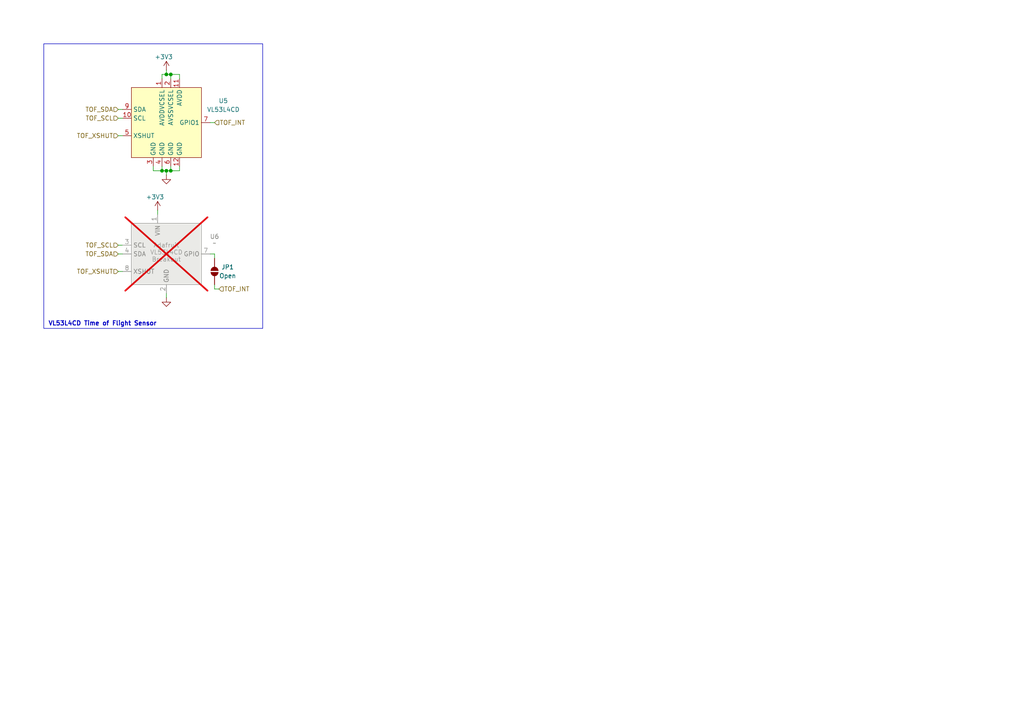
<source format=kicad_sch>
(kicad_sch (version 20231120) (generator "eeschema") (generator_version "8.0")
  (paper "A4")
  (title_block (title "Robotic Hand PCB") (rev "0.1.0") (company "Daniel Jeon"))
  (lib_symbols
    (symbol "Jumper:SolderJumper_2_Open" (pin_numbers hide) (pin_names (offset 0) hide) (exclude_from_sim yes) (in_bom no)
      (property "Reference" "JP" (at 0 2.032 0))
      (property "Value" "SolderJumper_2_Open" (at 0 -2.54 0))
      (symbol "SolderJumper_2_Open_0_1"
        (arc (start -0.254 1.016) (mid -1.2656 0) (end -0.254 -1.016))
        (arc (start -0.254 1.016) (mid -1.2656 0) (end -0.254 -1.016) (fill (type outline)))
        (polyline (pts (xy -0.254 1.016) (xy -0.254 -1.016)))
        (polyline (pts (xy 0.254 1.016) (xy 0.254 -1.016)))
        (arc (start 0.254 -1.016) (mid 1.2656 0) (end 0.254 1.016))
        (arc (start 0.254 -1.016) (mid 1.2656 0) (end 0.254 1.016) (fill (type outline)))
      )
      (symbol "SolderJumper_2_Open_1_1"
        (pin passive line (at -3.81 0 0) (length 2.54) (name "A") (number "1"))
        (pin passive line (at 3.81 0 180) (length 2.54) (name "B") (number "2"))
      )
    )
    (symbol "adafruit:adafruit_5396_vl53l4cd" (exclude_from_sim yes)
      (property "Reference" "U" (at 0 10.16 0))
      (symbol "adafruit_5396_vl53l4cd_0_0"
        (pin power_in line (at -2.54 11.43 270) (length 2.54) (name "VIN") (number "1"))
        (pin power_in line (at 0 -11.43 90) (length 2.54) (name "GND") (number "2"))
        (pin input line (at -12.7 2.54 0) (length 2.54) (name "SCL") (number "3"))
        (pin input line (at -12.7 0 0) (length 2.54) (name "SDA") (number "4"))
        (pin output line (at 12.7 0 180) (length 2.54) (name "GPIO") (number "7"))
        (pin input line (at -12.7 -5.08 0) (length 2.54) (name "XSHUT") (number "8"))
      )
      (symbol "adafruit_5396_vl53l4cd_1_1"
        (rectangle (start -10.16 8.89) (end 10.16 -8.89) (fill (type background)))
        (text "Adafruit\nVL53L4CD\nBreakout" (at 0 0.508 0) (effects (font (size 1.27 1.27))))
      )
    )
    (symbol "power:+3V3" (power) (pin_numbers hide) (pin_names (offset 0) hide)
      (property "Value" "+3V3" (at 0 3.556 0))
      (symbol "+3V3_0_1"
        (polyline (pts (xy -0.762 1.27) (xy 0 2.54)))
        (polyline (pts (xy 0 0) (xy 0 2.54)))
        (polyline (pts (xy 0 2.54) (xy 0.762 1.27)))
      )
      (symbol "+3V3_1_1"
        (pin power_in line (at 0 0 90) (length 0) (name "~") (number "1"))
      )
    )
    (symbol "power:GND" (power) (pin_numbers hide) (pin_names (offset 0) hide)
      (property "Value" "GND" (at 0 -3.81 0))
      (symbol "GND_0_1"
        (polyline (pts (xy 0 0) (xy 0 -1.27) (xy 1.27 -1.27) (xy 0 -2.54) (xy -1.27 -1.27) (xy 0 -1.27)))
      )
      (symbol "GND_1_1"
        (pin power_in line (at 0 0 270) (length 0) (name "~") (number "1"))
      )
    )
    (symbol "time_of_flight:vl53l4cd"
      (property "Reference" "U" (at 8.89 13.97 0))
      (property "Value" "VL53L4CD" (at 12.954 11.684 0))
      (symbol "vl53l4cd_0_0"
        (pin power_in line (at -1.27 12.7 270) (length 2.54) (name "AVDDVCSEL") (number "1"))
        (pin power_in line (at 3.81 12.7 270) (length 2.54) (name "AVDD") (number "11"))
        (pin power_in line (at 3.81 -12.7 90) (length 2.54) (name "GND") (number "12"))
        (pin power_in line (at 1.27 12.7 270) (length 2.54) (name "AVSSVCSEL") (number "2"))
        (pin power_in line (at -3.81 -12.7 90) (length 2.54) (name "GND") (number "3"))
        (pin power_in line (at -1.27 -12.7 90) (length 2.54) (name "GND") (number "4"))
        (pin input line (at -12.7 -3.81 0) (length 2.54) (name "XSHUT") (number "5"))
        (pin power_in line (at 1.27 -12.7 90) (length 2.54) (name "GND") (number "6"))
        (pin output line (at 12.7 0 180) (length 2.54) (name "GPIO1") (number "7"))
      )
      (symbol "vl53l4cd_1_0"
        (pin input line (at -12.7 1.27 0) (length 2.54) (name "SCL") (number "10"))
        (pin no_connect line (at 6.35 -12.7 90) (length 2.54) hide (name "DNC") (number "8"))
        (pin input line (at -12.7 3.81 0) (length 2.54) (name "SDA") (number "9"))
      )
      (symbol "vl53l4cd_1_1"
        (rectangle (start -10.16 10.16) (end 10.16 -10.16) (fill (type background)))
      )
    )
  )
  (junction (at 49.53 21.59))
  (junction (at 48.26 49.53))
  (junction (at 49.53 49.53))
  (junction (at 46.99 49.53))
  (junction (at 48.26 21.59))
  (wire (pts (xy 46.99 48.26) (xy 46.99 49.53)))
  (wire (pts (xy 62.23 73.66) (xy 60.96 73.66)))
  (wire (pts (xy 46.99 22.86) (xy 46.99 21.59)))
  (wire (pts (xy 34.29 73.66) (xy 35.56 73.66)))
  (wire (pts (xy 34.29 34.29) (xy 35.56 34.29)))
  (wire (pts (xy 48.26 49.53) (xy 48.26 50.8)))
  (wire (pts (xy 34.29 31.75) (xy 35.56 31.75)))
  (wire (pts (xy 34.29 71.12) (xy 35.56 71.12)))
  (wire (pts (xy 48.26 86.36) (xy 48.26 85.09)))
  (wire (pts (xy 49.53 21.59) (xy 49.53 22.86)))
  (wire (pts (xy 52.07 48.26) (xy 52.07 49.53)))
  (wire (pts (xy 48.26 21.59) (xy 49.53 21.59)))
  (wire (pts (xy 62.23 83.82) (xy 63.5 83.82)))
  (wire (pts (xy 46.99 49.53) (xy 48.26 49.53)))
  (wire (pts (xy 44.45 48.26) (xy 44.45 49.53)))
  (wire (pts (xy 44.45 49.53) (xy 46.99 49.53)))
  (wire (pts (xy 62.23 73.66) (xy 62.23 74.93)))
  (wire (pts (xy 52.07 49.53) (xy 49.53 49.53)))
  (wire (pts (xy 62.23 82.55) (xy 62.23 83.82)))
  (wire (pts (xy 48.26 20.32) (xy 48.26 21.59)))
  (wire (pts (xy 62.23 35.56) (xy 60.96 35.56)))
  (wire (pts (xy 49.53 21.59) (xy 52.07 21.59)))
  (wire (pts (xy 34.29 39.37) (xy 35.56 39.37)))
  (wire (pts (xy 45.72 60.96) (xy 45.72 62.23)))
  (wire (pts (xy 49.53 48.26) (xy 49.53 49.53)))
  (wire (pts (xy 52.07 21.59) (xy 52.07 22.86)))
  (wire (pts (xy 49.53 49.53) (xy 48.26 49.53)))
  (wire (pts (xy 46.99 21.59) (xy 48.26 21.59)))
  (wire (pts (xy 34.29 78.74) (xy 35.56 78.74)))
  (rectangle (start 12.7 12.7) (end 76.2 95.25))
  (text "VL53L4CD Time of Flight Sensor" (at 13.97 93.218 0) (effects (font (size 1.27 1.27) (bold yes)) (justify left top)))
  (hierarchical_label "TOF_INT" (shape input) (at 63.5 83.82 0))
  (hierarchical_label "TOF_XSHUT" (shape input) (at 34.29 78.74 180))
  (hierarchical_label "TOF_SDA" (shape input) (at 34.29 73.66 180))
  (hierarchical_label "TOF_XSHUT" (shape input) (at 34.29 39.37 180))
  (hierarchical_label "TOF_SCL" (shape input) (at 34.29 71.12 180))
  (hierarchical_label "TOF_SCL" (shape input) (at 34.29 34.29 180))
  (hierarchical_label "TOF_SDA" (shape input) (at 34.29 31.75 180))
  (hierarchical_label "TOF_INT" (shape input) (at 62.23 35.56 0))
  (symbol (lib_id "Jumper:SolderJumper_2_Open") (at 62.23 78.74 90) (unit 1) (exclude_from_sim yes) (in_bom no)
    (property "Reference" "JP1" (at 66.04 77.47 90))
    (property "Value" "Open" (at 66.04 80.01 90))
    (property "Footprint" "Jumper:SolderJumper-2_P1.3mm_Open_TrianglePad1.0x1.5mm" (effects (hide yes)))
    (property "Description" "Solder Jumper, 2-pole, open" (effects (hide yes)))
  )
  (symbol (lib_id "power:+3V3") (at 45.72 60.96 0) (unit 1)
    (property "Reference" "#PWR038" (effects (hide yes)))
    (property "Value" "+3V3" (at 44.958 57.15 0))
    (property "Description" "Power symbol creates a global label with name \"+3V3\"" (effects (hide yes)))
  )
  (symbol (lib_id "adafruit:adafruit_5396_vl53l4cd") (at 48.26 73.66 0) (unit 1) (exclude_from_sim yes) (dnp yes)
    (property "Reference" "U6" (at 62.23 68.6114 0))
    (property "Value" "~" (at 62.23 70.5165 0))
    (property "Footprint" "adafruit:adafruit_5396_vl53l4cd" (effects (hide yes)))
    (property "Datasheet" "https://learn.adafruit.com/adafruit-vl53l4cd-time-of-flight-distance-sensor" (effects (hide yes)))
    (property "Description" "Adafruit VL53L4CD Time of Flight Distance Sensor - ~1 to 1300mm - STEMMA QT / Qwiic" (effects (hide yes)))
    (property "Manufacturer" "Adafruit" (effects (hide yes)))
    (property "Manufacturer Part Number" "5396" (effects (hide yes)))
    (property "Distributor" "DigiKey" (effects (hide yes)))
    (property "Distributor Part Number" "1528-5396-ND" (effects (hide yes)))
    (property "Distributor Link" "https://www.digikey.ca/en/products/detail/adafruit-industries-llc/5396/16129669?s=N4IgTCBcDaIG4BsCsBmBAWAxgEwASoE4A2EAXQF8g" (effects (hide yes)))
  )
  (symbol (lib_id "power:GND") (at 48.26 86.36 0) (unit 1)
    (property "Reference" "#PWR039" (effects (hide yes)))
    (property "Value" "GND" (effects (hide yes)))
    (property "Description" "Power symbol creates a global label with name \"GND\" , ground" (effects (hide yes)))
  )
  (symbol (lib_id "time_of_flight:vl53l4cd") (at 48.26 35.56 0) (unit 1)
    (property "Reference" "U5" (at 64.77 29.2414 0))
    (property "Value" "VL53L4CD" (at 64.77 31.7814 0))
    (property "Footprint" "time_of_flight:vl53l4cd_lga12" (effects (hide yes)))
    (property "Datasheet" "https://www.st.com/resource/en/datasheet/vl53l4cd.pdf" (effects (hide yes)))
    (property "Description" "Optical Sensor 0 ~ 51.18\" (0 ~ 130cm) I2C Output" (effects (hide yes)))
    (property "Manufacturer" "STMicroelectronics" (effects (hide yes)))
    (property "Manufacturer Part Number" "VL53L4CDV0DH/1" (effects (hide yes)))
    (property "Distributor" "DigiKey" (effects (hide yes)))
    (property "Distributor Part Number" "497-VL53L4CDV0DH/1CT-ND" (effects (hide yes)))
    (property "Distributor Link" "https://www.digikey.ca/en/products/detail/stmicroelectronics/VL53L4CDV0DH-1/16123783?s=N4IgTCBcDaIG4BsCsBmBAWAxgExAXQF8g" (effects (hide yes)))
  )
  (symbol (lib_id "power:GND") (at 48.26 50.8 0) (unit 1)
    (property "Reference" "#PWR037" (effects (hide yes)))
    (property "Value" "GND" (effects (hide yes)))
    (property "Description" "Power symbol creates a global label with name \"GND\" , ground" (effects (hide yes)))
  )
  (symbol (lib_id "power:+3V3") (at 48.26 20.32 0) (unit 1)
    (property "Reference" "#PWR036" (effects (hide yes)))
    (property "Value" "+3V3" (at 47.498 16.51 0))
    (property "Description" "Power symbol creates a global label with name \"+3V3\"" (effects (hide yes)))
  )
)
</source>
